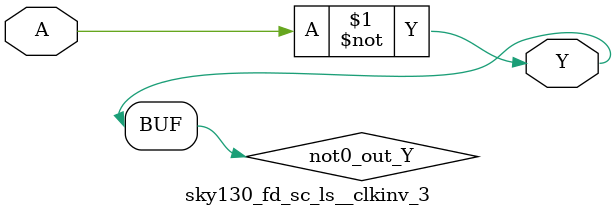
<source format=v>
module sky130_fd_sc_ls__clkinv_3 (
    Y,
    A
);
    output Y;
    input  A;
    wire not0_out_Y;
    not not0 (not0_out_Y, A              );
    buf buf0 (Y         , not0_out_Y     );
endmodule
</source>
